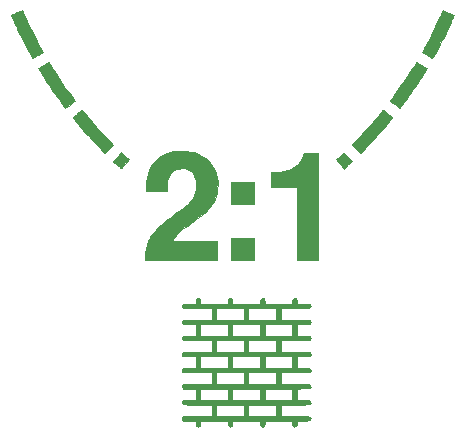
<source format=gbr>
G04 #@! TF.GenerationSoftware,KiCad,Pcbnew,5.1.5+dfsg1-2build2*
G04 #@! TF.CreationDate,2021-04-01T21:49:22-04:00*
G04 #@! TF.ProjectId,ocean_tile_brick,6f636561-6e5f-4746-996c-655f62726963,rev?*
G04 #@! TF.SameCoordinates,Original*
G04 #@! TF.FileFunction,Legend,Top*
G04 #@! TF.FilePolarity,Positive*
%FSLAX46Y46*%
G04 Gerber Fmt 4.6, Leading zero omitted, Abs format (unit mm)*
G04 Created by KiCad (PCBNEW 5.1.5+dfsg1-2build2) date 2021-04-01 21:49:22*
%MOMM*%
%LPD*%
G04 APERTURE LIST*
%ADD10C,0.010000*%
G04 APERTURE END LIST*
D10*
G36*
X5477857Y-8389330D02*
G01*
X5543045Y-8406888D01*
X5587267Y-8439537D01*
X5614137Y-8494160D01*
X5627270Y-8577639D01*
X5630334Y-8679676D01*
X5630334Y-8866829D01*
X6182567Y-8873123D01*
X6349524Y-8875100D01*
X6479286Y-8877089D01*
X6576990Y-8879576D01*
X6647770Y-8883050D01*
X6696762Y-8887997D01*
X6729103Y-8894906D01*
X6749929Y-8904264D01*
X6764374Y-8916558D01*
X6775233Y-8929387D01*
X6809438Y-9000062D01*
X6814302Y-9079980D01*
X6790377Y-9152866D01*
X6766678Y-9182644D01*
X6717688Y-9228667D01*
X4275667Y-9228667D01*
X4275667Y-10244667D01*
X5503334Y-10244667D01*
X5762121Y-10244703D01*
X5981897Y-10244885D01*
X6165982Y-10245323D01*
X6317697Y-10246129D01*
X6440364Y-10247413D01*
X6537304Y-10249286D01*
X6611837Y-10251858D01*
X6667287Y-10255240D01*
X6706972Y-10259544D01*
X6734216Y-10264878D01*
X6752339Y-10271355D01*
X6764661Y-10279085D01*
X6773334Y-10287000D01*
X6804509Y-10343402D01*
X6815865Y-10418694D01*
X6805591Y-10493456D01*
X6794947Y-10518999D01*
X6776020Y-10544273D01*
X6746267Y-10564165D01*
X6701009Y-10579281D01*
X6635563Y-10590227D01*
X6545248Y-10597611D01*
X6425384Y-10602039D01*
X6271289Y-10604118D01*
X6135175Y-10604500D01*
X5630334Y-10604500D01*
X5630334Y-11599334D01*
X6167229Y-11599334D01*
X6332348Y-11599492D01*
X6460514Y-11600234D01*
X6557106Y-11601957D01*
X6627504Y-11605059D01*
X6677087Y-11609939D01*
X6711234Y-11616995D01*
X6735325Y-11626624D01*
X6754740Y-11639226D01*
X6759896Y-11643203D01*
X6802907Y-11701578D01*
X6817029Y-11776932D01*
X6801376Y-11854496D01*
X6775212Y-11898614D01*
X6734758Y-11948584D01*
X5505212Y-11954375D01*
X4275667Y-11960166D01*
X4275667Y-12953001D01*
X5505212Y-12958792D01*
X6734758Y-12964584D01*
X6775212Y-13014553D01*
X6810453Y-13085749D01*
X6815351Y-13164219D01*
X6790790Y-13235194D01*
X6759896Y-13269964D01*
X6740822Y-13283439D01*
X6718528Y-13293835D01*
X6687637Y-13301548D01*
X6642767Y-13306978D01*
X6578539Y-13310523D01*
X6489575Y-13312580D01*
X6370493Y-13313548D01*
X6215916Y-13313825D01*
X6167229Y-13313834D01*
X5630334Y-13313834D01*
X5630334Y-14308667D01*
X6135175Y-14308667D01*
X6317080Y-14309419D01*
X6461353Y-14312080D01*
X6572674Y-14317255D01*
X6655726Y-14325553D01*
X6715188Y-14337579D01*
X6755743Y-14353940D01*
X6782072Y-14375243D01*
X6794947Y-14394168D01*
X6815237Y-14466010D01*
X6810574Y-14544067D01*
X6783025Y-14609677D01*
X6769342Y-14625342D01*
X6758645Y-14634450D01*
X6745443Y-14642178D01*
X6726398Y-14648638D01*
X6698173Y-14653945D01*
X6657430Y-14658211D01*
X6600830Y-14661550D01*
X6525036Y-14664076D01*
X6426710Y-14665902D01*
X6302512Y-14667141D01*
X6149107Y-14667907D01*
X5963155Y-14668313D01*
X5741318Y-14668473D01*
X5499342Y-14668500D01*
X4275667Y-14668500D01*
X4275667Y-15684500D01*
X6723621Y-15684500D01*
X6769644Y-15733489D01*
X6806763Y-15801094D01*
X6814150Y-15882108D01*
X6791424Y-15959436D01*
X6775233Y-15983780D01*
X6762182Y-15998892D01*
X6747027Y-16010661D01*
X6724632Y-16019575D01*
X6689862Y-16026121D01*
X6637581Y-16030788D01*
X6562652Y-16034063D01*
X6459941Y-16036432D01*
X6324311Y-16038385D01*
X6182567Y-16040044D01*
X5630334Y-16046338D01*
X5630334Y-17039167D01*
X6711758Y-17039167D01*
X6763712Y-17091121D01*
X6806698Y-17159108D01*
X6818123Y-17236336D01*
X6798184Y-17309204D01*
X6759896Y-17355131D01*
X6747224Y-17364422D01*
X6732479Y-17372299D01*
X6712281Y-17378879D01*
X6683254Y-17384278D01*
X6642020Y-17388614D01*
X6585200Y-17392002D01*
X6509419Y-17394560D01*
X6411297Y-17396404D01*
X6287458Y-17397651D01*
X6134524Y-17398417D01*
X5949117Y-17398820D01*
X5727860Y-17398975D01*
X5489896Y-17399000D01*
X4275667Y-17399000D01*
X4275667Y-18393834D01*
X5457842Y-18393834D01*
X5724397Y-18393957D01*
X5951851Y-18394464D01*
X6143437Y-18395561D01*
X6302387Y-18397456D01*
X6431932Y-18400355D01*
X6535306Y-18404465D01*
X6615741Y-18409992D01*
X6676468Y-18417143D01*
X6720720Y-18426124D01*
X6751729Y-18437143D01*
X6772728Y-18450407D01*
X6786948Y-18466121D01*
X6794947Y-18479335D01*
X6815696Y-18554205D01*
X6808263Y-18633560D01*
X6774919Y-18699057D01*
X6766678Y-18707644D01*
X6750339Y-18721670D01*
X6731348Y-18732514D01*
X6704436Y-18740583D01*
X6664329Y-18746287D01*
X6605758Y-18750036D01*
X6523452Y-18752238D01*
X6412139Y-18753304D01*
X6266548Y-18753643D01*
X6174011Y-18753667D01*
X5630334Y-18753667D01*
X5630334Y-18961644D01*
X5629489Y-19058875D01*
X5625709Y-19123492D01*
X5617119Y-19165203D01*
X5601849Y-19193714D01*
X5581344Y-19215644D01*
X5513741Y-19252763D01*
X5432726Y-19260150D01*
X5355398Y-19237425D01*
X5331053Y-19221235D01*
X5308012Y-19199023D01*
X5292831Y-19170974D01*
X5283419Y-19127805D01*
X5277682Y-19060230D01*
X5273808Y-18967235D01*
X5266533Y-18753667D01*
X2921000Y-18753667D01*
X2921000Y-18919842D01*
X2915943Y-19051405D01*
X2898891Y-19146466D01*
X2867027Y-19209850D01*
X2817531Y-19246382D01*
X2747585Y-19260888D01*
X2721308Y-19261667D01*
X2656732Y-19255283D01*
X2611636Y-19232210D01*
X2582838Y-19186564D01*
X2567161Y-19112462D01*
X2561425Y-19004020D01*
X2561167Y-18965334D01*
X2561167Y-18753667D01*
X190500Y-18753667D01*
X190500Y-18951896D01*
X189130Y-19050019D01*
X183807Y-19116394D01*
X172714Y-19161548D01*
X154030Y-19196013D01*
X146631Y-19205896D01*
X107267Y-19243545D01*
X57139Y-19259417D01*
X10584Y-19261667D01*
X-56282Y-19255769D01*
X-100431Y-19232993D01*
X-125464Y-19205896D01*
X-146794Y-19172588D01*
X-159985Y-19131767D01*
X-166857Y-19072902D01*
X-169228Y-18985463D01*
X-169333Y-18951896D01*
X-169333Y-18753667D01*
X-2540000Y-18753667D01*
X-2540000Y-18961644D01*
X-2540844Y-19058875D01*
X-2544625Y-19123492D01*
X-2553214Y-19165203D01*
X-2568484Y-19193714D01*
X-2588989Y-19215644D01*
X-2650489Y-19249048D01*
X-2729688Y-19261188D01*
X-2806118Y-19249119D01*
X-2810320Y-19247500D01*
X-2853156Y-19207729D01*
X-2882400Y-19129265D01*
X-2897610Y-19013658D01*
X-2899833Y-18934635D01*
X-2899833Y-18753667D01*
X-3981257Y-18753667D01*
X-4033212Y-18701712D01*
X-4076762Y-18632075D01*
X-4080769Y-18554864D01*
X-4045206Y-18477697D01*
X-4034092Y-18463805D01*
X-3983017Y-18404417D01*
X-2753508Y-18398626D01*
X-1524000Y-18392835D01*
X-1524000Y-17399000D01*
X-1164166Y-17399000D01*
X-1164166Y-18393834D01*
X1185334Y-18393834D01*
X1185334Y-17399000D01*
X1545167Y-17399000D01*
X1545167Y-18393834D01*
X3915834Y-18393834D01*
X3915834Y-17399000D01*
X1545167Y-17399000D01*
X1185334Y-17399000D01*
X-1164166Y-17399000D01*
X-1524000Y-17399000D01*
X-2751666Y-17399000D01*
X-3010508Y-17398961D01*
X-3230335Y-17398771D01*
X-3414468Y-17398321D01*
X-3566225Y-17397501D01*
X-3688927Y-17396203D01*
X-3785892Y-17394317D01*
X-3860439Y-17391733D01*
X-3915890Y-17388342D01*
X-3955561Y-17384036D01*
X-3982774Y-17378705D01*
X-4000847Y-17372239D01*
X-4013099Y-17364529D01*
X-4021128Y-17357205D01*
X-4065308Y-17288737D01*
X-4078354Y-17211789D01*
X-4061645Y-17138420D01*
X-4016561Y-17080692D01*
X-3987490Y-17063079D01*
X-3944937Y-17054233D01*
X-3861081Y-17047383D01*
X-3736909Y-17042569D01*
X-3573407Y-17039832D01*
X-3417421Y-17039167D01*
X-2899833Y-17039167D01*
X-2899833Y-16044334D01*
X-2540000Y-16044334D01*
X-2540000Y-17039167D01*
X-169333Y-17039167D01*
X-169333Y-16044334D01*
X190500Y-16044334D01*
X190500Y-17039167D01*
X2561167Y-17039167D01*
X2561167Y-16044334D01*
X2921000Y-16044334D01*
X2921000Y-17039167D01*
X5270500Y-17039167D01*
X5270500Y-16044334D01*
X2921000Y-16044334D01*
X2561167Y-16044334D01*
X190500Y-16044334D01*
X-169333Y-16044334D01*
X-2540000Y-16044334D01*
X-2899833Y-16044334D01*
X-3961423Y-16044334D01*
X-4023295Y-15982462D01*
X-4073791Y-15908835D01*
X-4084069Y-15832887D01*
X-4053893Y-15760433D01*
X-4033212Y-15736455D01*
X-3981257Y-15684500D01*
X-1524000Y-15684500D01*
X-1524000Y-14668500D01*
X-1164166Y-14668500D01*
X-1164166Y-15684500D01*
X1185334Y-15684500D01*
X1185334Y-14668500D01*
X1545167Y-14668500D01*
X1545167Y-15684500D01*
X3915834Y-15684500D01*
X3915834Y-14668500D01*
X1545167Y-14668500D01*
X1185334Y-14668500D01*
X-1164166Y-14668500D01*
X-1524000Y-14668500D01*
X-3981257Y-14668500D01*
X-4033212Y-14616546D01*
X-4076759Y-14546908D01*
X-4080768Y-14469689D01*
X-4045210Y-14392511D01*
X-4034115Y-14378639D01*
X-3983064Y-14319250D01*
X-3441448Y-14312638D01*
X-2899833Y-14306025D01*
X-2899833Y-13313834D01*
X-2540000Y-13313834D01*
X-2540000Y-14308667D01*
X-169333Y-14308667D01*
X-169333Y-13313834D01*
X190500Y-13313834D01*
X190500Y-14308667D01*
X2561167Y-14308667D01*
X2561167Y-13313834D01*
X2921000Y-13313834D01*
X2921000Y-14308667D01*
X5270500Y-14308667D01*
X5270500Y-13313834D01*
X2921000Y-13313834D01*
X2561167Y-13313834D01*
X190500Y-13313834D01*
X-169333Y-13313834D01*
X-2540000Y-13313834D01*
X-2899833Y-13313834D01*
X-3437238Y-13313834D01*
X-3614781Y-13313542D01*
X-3754702Y-13311918D01*
X-3861715Y-13307842D01*
X-3940532Y-13300192D01*
X-3995864Y-13287845D01*
X-4032423Y-13269680D01*
X-4054923Y-13244576D01*
X-4068074Y-13211411D01*
X-4076589Y-13169064D01*
X-4077837Y-13161357D01*
X-4081481Y-13105602D01*
X-4065365Y-13063445D01*
X-4025905Y-13018482D01*
X-3961423Y-12954000D01*
X-1524000Y-12954000D01*
X-1524000Y-11959167D01*
X-1164166Y-11959167D01*
X-1164166Y-12954000D01*
X1185334Y-12954000D01*
X1185334Y-11959167D01*
X1545167Y-11959167D01*
X1545167Y-12954000D01*
X3915834Y-12954000D01*
X3915834Y-11959167D01*
X1545167Y-11959167D01*
X1185334Y-11959167D01*
X-1164166Y-11959167D01*
X-1524000Y-11959167D01*
X-3961423Y-11959167D01*
X-4025905Y-11894685D01*
X-4067135Y-11847034D01*
X-4081763Y-11804608D01*
X-4077837Y-11751810D01*
X-4069626Y-11707889D01*
X-4057534Y-11673329D01*
X-4036848Y-11647010D01*
X-4002856Y-11627810D01*
X-3950846Y-11614607D01*
X-3876106Y-11606280D01*
X-3773924Y-11601707D01*
X-3639588Y-11599767D01*
X-3468385Y-11599337D01*
X-3437238Y-11599334D01*
X-2899833Y-11599334D01*
X-2899833Y-10607142D01*
X-3116216Y-10604500D01*
X-2540000Y-10604500D01*
X-2540000Y-11599334D01*
X-169333Y-11599334D01*
X-169333Y-10604500D01*
X190500Y-10604500D01*
X190500Y-11599334D01*
X2561167Y-11599334D01*
X2561167Y-10604500D01*
X2921000Y-10604500D01*
X2921000Y-11599334D01*
X5270500Y-11599334D01*
X5270500Y-10604500D01*
X2921000Y-10604500D01*
X2561167Y-10604500D01*
X190500Y-10604500D01*
X-169333Y-10604500D01*
X-2540000Y-10604500D01*
X-3116216Y-10604500D01*
X-3441448Y-10600529D01*
X-3983064Y-10593917D01*
X-4034115Y-10534528D01*
X-4076962Y-10457096D01*
X-4078846Y-10376226D01*
X-4041297Y-10300438D01*
X-3997427Y-10244667D01*
X-1524000Y-10244667D01*
X-1524000Y-9228667D01*
X-1164166Y-9228667D01*
X-1164166Y-10244667D01*
X1185334Y-10244667D01*
X1185334Y-9228667D01*
X1545167Y-9228667D01*
X1545167Y-10244667D01*
X3915834Y-10244667D01*
X3915834Y-9228667D01*
X1545167Y-9228667D01*
X1185334Y-9228667D01*
X-1164166Y-9228667D01*
X-1524000Y-9228667D01*
X-3981257Y-9228667D01*
X-4033212Y-9176712D01*
X-4077927Y-9106924D01*
X-4082105Y-9031558D01*
X-4045980Y-8956432D01*
X-4023295Y-8930705D01*
X-3961423Y-8868834D01*
X-2904045Y-8868834D01*
X-2896648Y-8676487D01*
X-2892280Y-8584302D01*
X-2885775Y-8523890D01*
X-2874155Y-8484694D01*
X-2854440Y-8456163D01*
X-2827340Y-8430901D01*
X-2773637Y-8394535D01*
X-2719513Y-8386339D01*
X-2689756Y-8389771D01*
X-2625757Y-8407283D01*
X-2582299Y-8440221D01*
X-2555871Y-8495405D01*
X-2542963Y-8579653D01*
X-2540000Y-8680678D01*
X-2540000Y-8868834D01*
X-169333Y-8868834D01*
X-169333Y-8682325D01*
X-167886Y-8588056D01*
X-162261Y-8525630D01*
X-150534Y-8484617D01*
X-130780Y-8454587D01*
X-126414Y-8449748D01*
X-53960Y-8399429D01*
X28833Y-8388342D01*
X82332Y-8402200D01*
X131525Y-8432968D01*
X164160Y-8481715D01*
X182833Y-8555597D01*
X190137Y-8661772D01*
X190500Y-8700496D01*
X190500Y-8868834D01*
X2561167Y-8868834D01*
X2561167Y-8677371D01*
X2562155Y-8584447D01*
X2566630Y-8523224D01*
X2576857Y-8483091D01*
X2595102Y-8453432D01*
X2613121Y-8433955D01*
X2682781Y-8390495D01*
X2760085Y-8386350D01*
X2836798Y-8421590D01*
X2849657Y-8431905D01*
X2877452Y-8458935D01*
X2895323Y-8488958D01*
X2906143Y-8532377D01*
X2912788Y-8599595D01*
X2916926Y-8675321D01*
X2926178Y-8868834D01*
X5270500Y-8868834D01*
X5270500Y-8687289D01*
X5271345Y-8598206D01*
X5275899Y-8539903D01*
X5287187Y-8500832D01*
X5308238Y-8469443D01*
X5334982Y-8441262D01*
X5382633Y-8400032D01*
X5425059Y-8385404D01*
X5477857Y-8389330D01*
G37*
X5477857Y-8389330D02*
X5543045Y-8406888D01*
X5587267Y-8439537D01*
X5614137Y-8494160D01*
X5627270Y-8577639D01*
X5630334Y-8679676D01*
X5630334Y-8866829D01*
X6182567Y-8873123D01*
X6349524Y-8875100D01*
X6479286Y-8877089D01*
X6576990Y-8879576D01*
X6647770Y-8883050D01*
X6696762Y-8887997D01*
X6729103Y-8894906D01*
X6749929Y-8904264D01*
X6764374Y-8916558D01*
X6775233Y-8929387D01*
X6809438Y-9000062D01*
X6814302Y-9079980D01*
X6790377Y-9152866D01*
X6766678Y-9182644D01*
X6717688Y-9228667D01*
X4275667Y-9228667D01*
X4275667Y-10244667D01*
X5503334Y-10244667D01*
X5762121Y-10244703D01*
X5981897Y-10244885D01*
X6165982Y-10245323D01*
X6317697Y-10246129D01*
X6440364Y-10247413D01*
X6537304Y-10249286D01*
X6611837Y-10251858D01*
X6667287Y-10255240D01*
X6706972Y-10259544D01*
X6734216Y-10264878D01*
X6752339Y-10271355D01*
X6764661Y-10279085D01*
X6773334Y-10287000D01*
X6804509Y-10343402D01*
X6815865Y-10418694D01*
X6805591Y-10493456D01*
X6794947Y-10518999D01*
X6776020Y-10544273D01*
X6746267Y-10564165D01*
X6701009Y-10579281D01*
X6635563Y-10590227D01*
X6545248Y-10597611D01*
X6425384Y-10602039D01*
X6271289Y-10604118D01*
X6135175Y-10604500D01*
X5630334Y-10604500D01*
X5630334Y-11599334D01*
X6167229Y-11599334D01*
X6332348Y-11599492D01*
X6460514Y-11600234D01*
X6557106Y-11601957D01*
X6627504Y-11605059D01*
X6677087Y-11609939D01*
X6711234Y-11616995D01*
X6735325Y-11626624D01*
X6754740Y-11639226D01*
X6759896Y-11643203D01*
X6802907Y-11701578D01*
X6817029Y-11776932D01*
X6801376Y-11854496D01*
X6775212Y-11898614D01*
X6734758Y-11948584D01*
X5505212Y-11954375D01*
X4275667Y-11960166D01*
X4275667Y-12953001D01*
X5505212Y-12958792D01*
X6734758Y-12964584D01*
X6775212Y-13014553D01*
X6810453Y-13085749D01*
X6815351Y-13164219D01*
X6790790Y-13235194D01*
X6759896Y-13269964D01*
X6740822Y-13283439D01*
X6718528Y-13293835D01*
X6687637Y-13301548D01*
X6642767Y-13306978D01*
X6578539Y-13310523D01*
X6489575Y-13312580D01*
X6370493Y-13313548D01*
X6215916Y-13313825D01*
X6167229Y-13313834D01*
X5630334Y-13313834D01*
X5630334Y-14308667D01*
X6135175Y-14308667D01*
X6317080Y-14309419D01*
X6461353Y-14312080D01*
X6572674Y-14317255D01*
X6655726Y-14325553D01*
X6715188Y-14337579D01*
X6755743Y-14353940D01*
X6782072Y-14375243D01*
X6794947Y-14394168D01*
X6815237Y-14466010D01*
X6810574Y-14544067D01*
X6783025Y-14609677D01*
X6769342Y-14625342D01*
X6758645Y-14634450D01*
X6745443Y-14642178D01*
X6726398Y-14648638D01*
X6698173Y-14653945D01*
X6657430Y-14658211D01*
X6600830Y-14661550D01*
X6525036Y-14664076D01*
X6426710Y-14665902D01*
X6302512Y-14667141D01*
X6149107Y-14667907D01*
X5963155Y-14668313D01*
X5741318Y-14668473D01*
X5499342Y-14668500D01*
X4275667Y-14668500D01*
X4275667Y-15684500D01*
X6723621Y-15684500D01*
X6769644Y-15733489D01*
X6806763Y-15801094D01*
X6814150Y-15882108D01*
X6791424Y-15959436D01*
X6775233Y-15983780D01*
X6762182Y-15998892D01*
X6747027Y-16010661D01*
X6724632Y-16019575D01*
X6689862Y-16026121D01*
X6637581Y-16030788D01*
X6562652Y-16034063D01*
X6459941Y-16036432D01*
X6324311Y-16038385D01*
X6182567Y-16040044D01*
X5630334Y-16046338D01*
X5630334Y-17039167D01*
X6711758Y-17039167D01*
X6763712Y-17091121D01*
X6806698Y-17159108D01*
X6818123Y-17236336D01*
X6798184Y-17309204D01*
X6759896Y-17355131D01*
X6747224Y-17364422D01*
X6732479Y-17372299D01*
X6712281Y-17378879D01*
X6683254Y-17384278D01*
X6642020Y-17388614D01*
X6585200Y-17392002D01*
X6509419Y-17394560D01*
X6411297Y-17396404D01*
X6287458Y-17397651D01*
X6134524Y-17398417D01*
X5949117Y-17398820D01*
X5727860Y-17398975D01*
X5489896Y-17399000D01*
X4275667Y-17399000D01*
X4275667Y-18393834D01*
X5457842Y-18393834D01*
X5724397Y-18393957D01*
X5951851Y-18394464D01*
X6143437Y-18395561D01*
X6302387Y-18397456D01*
X6431932Y-18400355D01*
X6535306Y-18404465D01*
X6615741Y-18409992D01*
X6676468Y-18417143D01*
X6720720Y-18426124D01*
X6751729Y-18437143D01*
X6772728Y-18450407D01*
X6786948Y-18466121D01*
X6794947Y-18479335D01*
X6815696Y-18554205D01*
X6808263Y-18633560D01*
X6774919Y-18699057D01*
X6766678Y-18707644D01*
X6750339Y-18721670D01*
X6731348Y-18732514D01*
X6704436Y-18740583D01*
X6664329Y-18746287D01*
X6605758Y-18750036D01*
X6523452Y-18752238D01*
X6412139Y-18753304D01*
X6266548Y-18753643D01*
X6174011Y-18753667D01*
X5630334Y-18753667D01*
X5630334Y-18961644D01*
X5629489Y-19058875D01*
X5625709Y-19123492D01*
X5617119Y-19165203D01*
X5601849Y-19193714D01*
X5581344Y-19215644D01*
X5513741Y-19252763D01*
X5432726Y-19260150D01*
X5355398Y-19237425D01*
X5331053Y-19221235D01*
X5308012Y-19199023D01*
X5292831Y-19170974D01*
X5283419Y-19127805D01*
X5277682Y-19060230D01*
X5273808Y-18967235D01*
X5266533Y-18753667D01*
X2921000Y-18753667D01*
X2921000Y-18919842D01*
X2915943Y-19051405D01*
X2898891Y-19146466D01*
X2867027Y-19209850D01*
X2817531Y-19246382D01*
X2747585Y-19260888D01*
X2721308Y-19261667D01*
X2656732Y-19255283D01*
X2611636Y-19232210D01*
X2582838Y-19186564D01*
X2567161Y-19112462D01*
X2561425Y-19004020D01*
X2561167Y-18965334D01*
X2561167Y-18753667D01*
X190500Y-18753667D01*
X190500Y-18951896D01*
X189130Y-19050019D01*
X183807Y-19116394D01*
X172714Y-19161548D01*
X154030Y-19196013D01*
X146631Y-19205896D01*
X107267Y-19243545D01*
X57139Y-19259417D01*
X10584Y-19261667D01*
X-56282Y-19255769D01*
X-100431Y-19232993D01*
X-125464Y-19205896D01*
X-146794Y-19172588D01*
X-159985Y-19131767D01*
X-166857Y-19072902D01*
X-169228Y-18985463D01*
X-169333Y-18951896D01*
X-169333Y-18753667D01*
X-2540000Y-18753667D01*
X-2540000Y-18961644D01*
X-2540844Y-19058875D01*
X-2544625Y-19123492D01*
X-2553214Y-19165203D01*
X-2568484Y-19193714D01*
X-2588989Y-19215644D01*
X-2650489Y-19249048D01*
X-2729688Y-19261188D01*
X-2806118Y-19249119D01*
X-2810320Y-19247500D01*
X-2853156Y-19207729D01*
X-2882400Y-19129265D01*
X-2897610Y-19013658D01*
X-2899833Y-18934635D01*
X-2899833Y-18753667D01*
X-3981257Y-18753667D01*
X-4033212Y-18701712D01*
X-4076762Y-18632075D01*
X-4080769Y-18554864D01*
X-4045206Y-18477697D01*
X-4034092Y-18463805D01*
X-3983017Y-18404417D01*
X-2753508Y-18398626D01*
X-1524000Y-18392835D01*
X-1524000Y-17399000D01*
X-1164166Y-17399000D01*
X-1164166Y-18393834D01*
X1185334Y-18393834D01*
X1185334Y-17399000D01*
X1545167Y-17399000D01*
X1545167Y-18393834D01*
X3915834Y-18393834D01*
X3915834Y-17399000D01*
X1545167Y-17399000D01*
X1185334Y-17399000D01*
X-1164166Y-17399000D01*
X-1524000Y-17399000D01*
X-2751666Y-17399000D01*
X-3010508Y-17398961D01*
X-3230335Y-17398771D01*
X-3414468Y-17398321D01*
X-3566225Y-17397501D01*
X-3688927Y-17396203D01*
X-3785892Y-17394317D01*
X-3860439Y-17391733D01*
X-3915890Y-17388342D01*
X-3955561Y-17384036D01*
X-3982774Y-17378705D01*
X-4000847Y-17372239D01*
X-4013099Y-17364529D01*
X-4021128Y-17357205D01*
X-4065308Y-17288737D01*
X-4078354Y-17211789D01*
X-4061645Y-17138420D01*
X-4016561Y-17080692D01*
X-3987490Y-17063079D01*
X-3944937Y-17054233D01*
X-3861081Y-17047383D01*
X-3736909Y-17042569D01*
X-3573407Y-17039832D01*
X-3417421Y-17039167D01*
X-2899833Y-17039167D01*
X-2899833Y-16044334D01*
X-2540000Y-16044334D01*
X-2540000Y-17039167D01*
X-169333Y-17039167D01*
X-169333Y-16044334D01*
X190500Y-16044334D01*
X190500Y-17039167D01*
X2561167Y-17039167D01*
X2561167Y-16044334D01*
X2921000Y-16044334D01*
X2921000Y-17039167D01*
X5270500Y-17039167D01*
X5270500Y-16044334D01*
X2921000Y-16044334D01*
X2561167Y-16044334D01*
X190500Y-16044334D01*
X-169333Y-16044334D01*
X-2540000Y-16044334D01*
X-2899833Y-16044334D01*
X-3961423Y-16044334D01*
X-4023295Y-15982462D01*
X-4073791Y-15908835D01*
X-4084069Y-15832887D01*
X-4053893Y-15760433D01*
X-4033212Y-15736455D01*
X-3981257Y-15684500D01*
X-1524000Y-15684500D01*
X-1524000Y-14668500D01*
X-1164166Y-14668500D01*
X-1164166Y-15684500D01*
X1185334Y-15684500D01*
X1185334Y-14668500D01*
X1545167Y-14668500D01*
X1545167Y-15684500D01*
X3915834Y-15684500D01*
X3915834Y-14668500D01*
X1545167Y-14668500D01*
X1185334Y-14668500D01*
X-1164166Y-14668500D01*
X-1524000Y-14668500D01*
X-3981257Y-14668500D01*
X-4033212Y-14616546D01*
X-4076759Y-14546908D01*
X-4080768Y-14469689D01*
X-4045210Y-14392511D01*
X-4034115Y-14378639D01*
X-3983064Y-14319250D01*
X-3441448Y-14312638D01*
X-2899833Y-14306025D01*
X-2899833Y-13313834D01*
X-2540000Y-13313834D01*
X-2540000Y-14308667D01*
X-169333Y-14308667D01*
X-169333Y-13313834D01*
X190500Y-13313834D01*
X190500Y-14308667D01*
X2561167Y-14308667D01*
X2561167Y-13313834D01*
X2921000Y-13313834D01*
X2921000Y-14308667D01*
X5270500Y-14308667D01*
X5270500Y-13313834D01*
X2921000Y-13313834D01*
X2561167Y-13313834D01*
X190500Y-13313834D01*
X-169333Y-13313834D01*
X-2540000Y-13313834D01*
X-2899833Y-13313834D01*
X-3437238Y-13313834D01*
X-3614781Y-13313542D01*
X-3754702Y-13311918D01*
X-3861715Y-13307842D01*
X-3940532Y-13300192D01*
X-3995864Y-13287845D01*
X-4032423Y-13269680D01*
X-4054923Y-13244576D01*
X-4068074Y-13211411D01*
X-4076589Y-13169064D01*
X-4077837Y-13161357D01*
X-4081481Y-13105602D01*
X-4065365Y-13063445D01*
X-4025905Y-13018482D01*
X-3961423Y-12954000D01*
X-1524000Y-12954000D01*
X-1524000Y-11959167D01*
X-1164166Y-11959167D01*
X-1164166Y-12954000D01*
X1185334Y-12954000D01*
X1185334Y-11959167D01*
X1545167Y-11959167D01*
X1545167Y-12954000D01*
X3915834Y-12954000D01*
X3915834Y-11959167D01*
X1545167Y-11959167D01*
X1185334Y-11959167D01*
X-1164166Y-11959167D01*
X-1524000Y-11959167D01*
X-3961423Y-11959167D01*
X-4025905Y-11894685D01*
X-4067135Y-11847034D01*
X-4081763Y-11804608D01*
X-4077837Y-11751810D01*
X-4069626Y-11707889D01*
X-4057534Y-11673329D01*
X-4036848Y-11647010D01*
X-4002856Y-11627810D01*
X-3950846Y-11614607D01*
X-3876106Y-11606280D01*
X-3773924Y-11601707D01*
X-3639588Y-11599767D01*
X-3468385Y-11599337D01*
X-3437238Y-11599334D01*
X-2899833Y-11599334D01*
X-2899833Y-10607142D01*
X-3116216Y-10604500D01*
X-2540000Y-10604500D01*
X-2540000Y-11599334D01*
X-169333Y-11599334D01*
X-169333Y-10604500D01*
X190500Y-10604500D01*
X190500Y-11599334D01*
X2561167Y-11599334D01*
X2561167Y-10604500D01*
X2921000Y-10604500D01*
X2921000Y-11599334D01*
X5270500Y-11599334D01*
X5270500Y-10604500D01*
X2921000Y-10604500D01*
X2561167Y-10604500D01*
X190500Y-10604500D01*
X-169333Y-10604500D01*
X-2540000Y-10604500D01*
X-3116216Y-10604500D01*
X-3441448Y-10600529D01*
X-3983064Y-10593917D01*
X-4034115Y-10534528D01*
X-4076962Y-10457096D01*
X-4078846Y-10376226D01*
X-4041297Y-10300438D01*
X-3997427Y-10244667D01*
X-1524000Y-10244667D01*
X-1524000Y-9228667D01*
X-1164166Y-9228667D01*
X-1164166Y-10244667D01*
X1185334Y-10244667D01*
X1185334Y-9228667D01*
X1545167Y-9228667D01*
X1545167Y-10244667D01*
X3915834Y-10244667D01*
X3915834Y-9228667D01*
X1545167Y-9228667D01*
X1185334Y-9228667D01*
X-1164166Y-9228667D01*
X-1524000Y-9228667D01*
X-3981257Y-9228667D01*
X-4033212Y-9176712D01*
X-4077927Y-9106924D01*
X-4082105Y-9031558D01*
X-4045980Y-8956432D01*
X-4023295Y-8930705D01*
X-3961423Y-8868834D01*
X-2904045Y-8868834D01*
X-2896648Y-8676487D01*
X-2892280Y-8584302D01*
X-2885775Y-8523890D01*
X-2874155Y-8484694D01*
X-2854440Y-8456163D01*
X-2827340Y-8430901D01*
X-2773637Y-8394535D01*
X-2719513Y-8386339D01*
X-2689756Y-8389771D01*
X-2625757Y-8407283D01*
X-2582299Y-8440221D01*
X-2555871Y-8495405D01*
X-2542963Y-8579653D01*
X-2540000Y-8680678D01*
X-2540000Y-8868834D01*
X-169333Y-8868834D01*
X-169333Y-8682325D01*
X-167886Y-8588056D01*
X-162261Y-8525630D01*
X-150534Y-8484617D01*
X-130780Y-8454587D01*
X-126414Y-8449748D01*
X-53960Y-8399429D01*
X28833Y-8388342D01*
X82332Y-8402200D01*
X131525Y-8432968D01*
X164160Y-8481715D01*
X182833Y-8555597D01*
X190137Y-8661772D01*
X190500Y-8700496D01*
X190500Y-8868834D01*
X2561167Y-8868834D01*
X2561167Y-8677371D01*
X2562155Y-8584447D01*
X2566630Y-8523224D01*
X2576857Y-8483091D01*
X2595102Y-8453432D01*
X2613121Y-8433955D01*
X2682781Y-8390495D01*
X2760085Y-8386350D01*
X2836798Y-8421590D01*
X2849657Y-8431905D01*
X2877452Y-8458935D01*
X2895323Y-8488958D01*
X2906143Y-8532377D01*
X2912788Y-8599595D01*
X2916926Y-8675321D01*
X2926178Y-8868834D01*
X5270500Y-8868834D01*
X5270500Y-8687289D01*
X5271345Y-8598206D01*
X5275899Y-8539903D01*
X5287187Y-8500832D01*
X5308238Y-8469443D01*
X5334982Y-8441262D01*
X5382633Y-8400032D01*
X5425059Y-8385404D01*
X5477857Y-8389330D01*
G36*
X-3773200Y4051510D02*
G01*
X-3424732Y4013282D01*
X-3103126Y3948180D01*
X-2804587Y3855065D01*
X-2525321Y3732800D01*
X-2261534Y3580249D01*
X-2061349Y3437385D01*
X-1815981Y3221196D01*
X-1604159Y2979594D01*
X-1426324Y2713553D01*
X-1282917Y2424046D01*
X-1174379Y2112046D01*
X-1101151Y1778525D01*
X-1063675Y1424458D01*
X-1058458Y1224950D01*
X-1073081Y891330D01*
X-1118177Y580912D01*
X-1196045Y285304D01*
X-1308984Y-3888D01*
X-1459293Y-295059D01*
X-1488460Y-344910D01*
X-1584401Y-497673D01*
X-1687129Y-643010D01*
X-1799921Y-783974D01*
X-1926052Y-923619D01*
X-2068797Y-1065001D01*
X-2231433Y-1211173D01*
X-2417235Y-1365189D01*
X-2629479Y-1530105D01*
X-2871439Y-1708974D01*
X-3146393Y-1904851D01*
X-3206750Y-1947117D01*
X-3517000Y-2167985D01*
X-3791162Y-2372262D01*
X-4031248Y-2561801D01*
X-4239274Y-2738460D01*
X-4417251Y-2904092D01*
X-4567194Y-3060555D01*
X-4691118Y-3209702D01*
X-4791034Y-3353390D01*
X-4855234Y-3466042D01*
X-4890587Y-3534834D01*
X-1100666Y-3534834D01*
X-1100666Y-5143500D01*
X-7234985Y-5143500D01*
X-7224884Y-5011209D01*
X-7181930Y-4597233D01*
X-7118833Y-4219144D01*
X-7035188Y-3875378D01*
X-6930589Y-3564370D01*
X-6804630Y-3284556D01*
X-6751100Y-3186116D01*
X-6628498Y-2995801D01*
X-6472697Y-2793197D01*
X-6288855Y-2583928D01*
X-6082129Y-2373621D01*
X-5857677Y-2167899D01*
X-5685006Y-2023375D01*
X-5615025Y-1968606D01*
X-5517336Y-1894314D01*
X-5398712Y-1805535D01*
X-5265925Y-1707306D01*
X-5125747Y-1604664D01*
X-4984951Y-1502647D01*
X-4982664Y-1500999D01*
X-4718578Y-1309693D01*
X-4486126Y-1138806D01*
X-4281617Y-985425D01*
X-4101363Y-846636D01*
X-3941673Y-719526D01*
X-3798857Y-601181D01*
X-3669228Y-488687D01*
X-3549094Y-379130D01*
X-3484648Y-318030D01*
X-3293356Y-116041D01*
X-3141134Y87199D01*
X-3025049Y298236D01*
X-2942171Y523611D01*
X-2889567Y769871D01*
X-2864305Y1043558D01*
X-2863303Y1068916D01*
X-2866106Y1341093D01*
X-2895744Y1583215D01*
X-2953157Y1798718D01*
X-3039285Y1991038D01*
X-3155070Y2163610D01*
X-3166935Y2178239D01*
X-3321549Y2336430D01*
X-3494838Y2457328D01*
X-3688164Y2541551D01*
X-3902894Y2589714D01*
X-4106333Y2602765D01*
X-4344334Y2584317D01*
X-4560948Y2529633D01*
X-4754946Y2439705D01*
X-4925097Y2315522D01*
X-5070171Y2158077D01*
X-5188939Y1968360D01*
X-5280170Y1747361D01*
X-5313977Y1629833D01*
X-5334230Y1535671D01*
X-5349350Y1431090D01*
X-5360314Y1306662D01*
X-5368098Y1152957D01*
X-5370429Y1084791D01*
X-5381665Y719666D01*
X-7112000Y719666D01*
X-7111826Y1042458D01*
X-7096451Y1441415D01*
X-7050568Y1811485D01*
X-6973872Y2153443D01*
X-6866056Y2468065D01*
X-6726816Y2756127D01*
X-6555847Y3018404D01*
X-6352842Y3255672D01*
X-6175277Y3421161D01*
X-5928510Y3606198D01*
X-5662461Y3758881D01*
X-5374969Y3879895D01*
X-5063873Y3969929D01*
X-4727012Y4029667D01*
X-4362224Y4059798D01*
X-4152326Y4064000D01*
X-3773200Y4051510D01*
G37*
X-3773200Y4051510D02*
X-3424732Y4013282D01*
X-3103126Y3948180D01*
X-2804587Y3855065D01*
X-2525321Y3732800D01*
X-2261534Y3580249D01*
X-2061349Y3437385D01*
X-1815981Y3221196D01*
X-1604159Y2979594D01*
X-1426324Y2713553D01*
X-1282917Y2424046D01*
X-1174379Y2112046D01*
X-1101151Y1778525D01*
X-1063675Y1424458D01*
X-1058458Y1224950D01*
X-1073081Y891330D01*
X-1118177Y580912D01*
X-1196045Y285304D01*
X-1308984Y-3888D01*
X-1459293Y-295059D01*
X-1488460Y-344910D01*
X-1584401Y-497673D01*
X-1687129Y-643010D01*
X-1799921Y-783974D01*
X-1926052Y-923619D01*
X-2068797Y-1065001D01*
X-2231433Y-1211173D01*
X-2417235Y-1365189D01*
X-2629479Y-1530105D01*
X-2871439Y-1708974D01*
X-3146393Y-1904851D01*
X-3206750Y-1947117D01*
X-3517000Y-2167985D01*
X-3791162Y-2372262D01*
X-4031248Y-2561801D01*
X-4239274Y-2738460D01*
X-4417251Y-2904092D01*
X-4567194Y-3060555D01*
X-4691118Y-3209702D01*
X-4791034Y-3353390D01*
X-4855234Y-3466042D01*
X-4890587Y-3534834D01*
X-1100666Y-3534834D01*
X-1100666Y-5143500D01*
X-7234985Y-5143500D01*
X-7224884Y-5011209D01*
X-7181930Y-4597233D01*
X-7118833Y-4219144D01*
X-7035188Y-3875378D01*
X-6930589Y-3564370D01*
X-6804630Y-3284556D01*
X-6751100Y-3186116D01*
X-6628498Y-2995801D01*
X-6472697Y-2793197D01*
X-6288855Y-2583928D01*
X-6082129Y-2373621D01*
X-5857677Y-2167899D01*
X-5685006Y-2023375D01*
X-5615025Y-1968606D01*
X-5517336Y-1894314D01*
X-5398712Y-1805535D01*
X-5265925Y-1707306D01*
X-5125747Y-1604664D01*
X-4984951Y-1502647D01*
X-4982664Y-1500999D01*
X-4718578Y-1309693D01*
X-4486126Y-1138806D01*
X-4281617Y-985425D01*
X-4101363Y-846636D01*
X-3941673Y-719526D01*
X-3798857Y-601181D01*
X-3669228Y-488687D01*
X-3549094Y-379130D01*
X-3484648Y-318030D01*
X-3293356Y-116041D01*
X-3141134Y87199D01*
X-3025049Y298236D01*
X-2942171Y523611D01*
X-2889567Y769871D01*
X-2864305Y1043558D01*
X-2863303Y1068916D01*
X-2866106Y1341093D01*
X-2895744Y1583215D01*
X-2953157Y1798718D01*
X-3039285Y1991038D01*
X-3155070Y2163610D01*
X-3166935Y2178239D01*
X-3321549Y2336430D01*
X-3494838Y2457328D01*
X-3688164Y2541551D01*
X-3902894Y2589714D01*
X-4106333Y2602765D01*
X-4344334Y2584317D01*
X-4560948Y2529633D01*
X-4754946Y2439705D01*
X-4925097Y2315522D01*
X-5070171Y2158077D01*
X-5188939Y1968360D01*
X-5280170Y1747361D01*
X-5313977Y1629833D01*
X-5334230Y1535671D01*
X-5349350Y1431090D01*
X-5360314Y1306662D01*
X-5368098Y1152957D01*
X-5370429Y1084791D01*
X-5381665Y719666D01*
X-7112000Y719666D01*
X-7111826Y1042458D01*
X-7096451Y1441415D01*
X-7050568Y1811485D01*
X-6973872Y2153443D01*
X-6866056Y2468065D01*
X-6726816Y2756127D01*
X-6555847Y3018404D01*
X-6352842Y3255672D01*
X-6175277Y3421161D01*
X-5928510Y3606198D01*
X-5662461Y3758881D01*
X-5374969Y3879895D01*
X-5063873Y3969929D01*
X-4727012Y4029667D01*
X-4362224Y4059798D01*
X-4152326Y4064000D01*
X-3773200Y4051510D01*
G36*
X2010834Y-5143500D02*
G01*
X84667Y-5143500D01*
X84667Y-3259667D01*
X2010834Y-3259667D01*
X2010834Y-5143500D01*
G37*
X2010834Y-5143500D02*
X84667Y-5143500D01*
X84667Y-3259667D01*
X2010834Y-3259667D01*
X2010834Y-5143500D01*
G36*
X7450667Y-5143500D02*
G01*
X5651500Y-5143500D01*
X5651500Y1058333D01*
X3492500Y1058333D01*
X3492500Y2257395D01*
X3857625Y2282700D01*
X4238851Y2321905D01*
X4585399Y2384537D01*
X4898150Y2471054D01*
X5177985Y2581912D01*
X5425786Y2717569D01*
X5642432Y2878480D01*
X5828807Y3065103D01*
X5985789Y3277895D01*
X6072940Y3431353D01*
X6121193Y3530464D01*
X6166048Y3630413D01*
X6201040Y3716434D01*
X6214286Y3754182D01*
X6251898Y3873500D01*
X7450667Y3873500D01*
X7450667Y-5143500D01*
G37*
X7450667Y-5143500D02*
X5651500Y-5143500D01*
X5651500Y1058333D01*
X3492500Y1058333D01*
X3492500Y2257395D01*
X3857625Y2282700D01*
X4238851Y2321905D01*
X4585399Y2384537D01*
X4898150Y2471054D01*
X5177985Y2581912D01*
X5425786Y2717569D01*
X5642432Y2878480D01*
X5828807Y3065103D01*
X5985789Y3277895D01*
X6072940Y3431353D01*
X6121193Y3530464D01*
X6166048Y3630413D01*
X6201040Y3716434D01*
X6214286Y3754182D01*
X6251898Y3873500D01*
X7450667Y3873500D01*
X7450667Y-5143500D01*
G36*
X2010834Y-381000D02*
G01*
X84667Y-381000D01*
X84667Y1481666D01*
X2010834Y1481666D01*
X2010834Y-381000D01*
G37*
X2010834Y-381000D02*
X84667Y-381000D01*
X84667Y1481666D01*
X2010834Y1481666D01*
X2010834Y-381000D01*
G36*
X-8969469Y3721601D02*
G01*
X-8878998Y3638995D01*
X-8792758Y3560788D01*
X-8718721Y3494170D01*
X-8664861Y3446337D01*
X-8651482Y3434702D01*
X-8571962Y3366321D01*
X-8895022Y2976245D01*
X-8985762Y2867148D01*
X-9067532Y2769719D01*
X-9136499Y2688456D01*
X-9188826Y2627858D01*
X-9220678Y2592421D01*
X-9228666Y2584993D01*
X-9246947Y2598097D01*
X-9291649Y2635306D01*
X-9357799Y2692326D01*
X-9440423Y2764865D01*
X-9534546Y2848629D01*
X-9546166Y2859041D01*
X-9643200Y2946210D01*
X-9730822Y3025216D01*
X-9803590Y3091126D01*
X-9856061Y3139011D01*
X-9882790Y3163939D01*
X-9883536Y3164676D01*
X-9894474Y3182671D01*
X-9889655Y3206296D01*
X-9864980Y3242278D01*
X-9816349Y3297346D01*
X-9777627Y3338501D01*
X-9710721Y3408957D01*
X-9625038Y3499318D01*
X-9530874Y3598717D01*
X-9438528Y3696291D01*
X-9424599Y3711017D01*
X-9207935Y3940118D01*
X-8969469Y3721601D01*
G37*
X-8969469Y3721601D02*
X-8878998Y3638995D01*
X-8792758Y3560788D01*
X-8718721Y3494170D01*
X-8664861Y3446337D01*
X-8651482Y3434702D01*
X-8571962Y3366321D01*
X-8895022Y2976245D01*
X-8985762Y2867148D01*
X-9067532Y2769719D01*
X-9136499Y2688456D01*
X-9188826Y2627858D01*
X-9220678Y2592421D01*
X-9228666Y2584993D01*
X-9246947Y2598097D01*
X-9291649Y2635306D01*
X-9357799Y2692326D01*
X-9440423Y2764865D01*
X-9534546Y2848629D01*
X-9546166Y2859041D01*
X-9643200Y2946210D01*
X-9730822Y3025216D01*
X-9803590Y3091126D01*
X-9856061Y3139011D01*
X-9882790Y3163939D01*
X-9883536Y3164676D01*
X-9894474Y3182671D01*
X-9889655Y3206296D01*
X-9864980Y3242278D01*
X-9816349Y3297346D01*
X-9777627Y3338501D01*
X-9710721Y3408957D01*
X-9625038Y3499318D01*
X-9530874Y3598717D01*
X-9438528Y3696291D01*
X-9424599Y3711017D01*
X-9207935Y3940118D01*
X-8969469Y3721601D01*
G36*
X9782870Y3751305D02*
G01*
X9876461Y3653903D01*
X9983127Y3542815D01*
X10086660Y3434925D01*
X10139603Y3379720D01*
X10318750Y3192857D01*
X10230343Y3115137D01*
X10183382Y3073674D01*
X10112796Y3011130D01*
X10026568Y2934589D01*
X9932681Y2851133D01*
X9886314Y2809875D01*
X9800036Y2733409D01*
X9725541Y2668019D01*
X9668217Y2618385D01*
X9633453Y2589185D01*
X9625470Y2583381D01*
X9611087Y2599245D01*
X9573471Y2643250D01*
X9516380Y2710926D01*
X9443578Y2797803D01*
X9358822Y2899413D01*
X9295030Y2976147D01*
X8969810Y3367865D01*
X9062197Y3446023D01*
X9112459Y3489634D01*
X9184949Y3553945D01*
X9270747Y3630980D01*
X9360937Y3712767D01*
X9379934Y3730104D01*
X9605284Y3936028D01*
X9782870Y3751305D01*
G37*
X9782870Y3751305D02*
X9876461Y3653903D01*
X9983127Y3542815D01*
X10086660Y3434925D01*
X10139603Y3379720D01*
X10318750Y3192857D01*
X10230343Y3115137D01*
X10183382Y3073674D01*
X10112796Y3011130D01*
X10026568Y2934589D01*
X9932681Y2851133D01*
X9886314Y2809875D01*
X9800036Y2733409D01*
X9725541Y2668019D01*
X9668217Y2618385D01*
X9633453Y2589185D01*
X9625470Y2583381D01*
X9611087Y2599245D01*
X9573471Y2643250D01*
X9516380Y2710926D01*
X9443578Y2797803D01*
X9358822Y2899413D01*
X9295030Y2976147D01*
X8969810Y3367865D01*
X9062197Y3446023D01*
X9112459Y3489634D01*
X9184949Y3553945D01*
X9270747Y3630980D01*
X9360937Y3712767D01*
X9379934Y3730104D01*
X9605284Y3936028D01*
X9782870Y3751305D01*
G36*
X-12534496Y7538728D02*
G01*
X-12494919Y7498213D01*
X-12439863Y7436328D01*
X-12374736Y7358982D01*
X-12359451Y7340302D01*
X-11963765Y6862026D01*
X-11566781Y6398309D01*
X-11160049Y5939620D01*
X-10735118Y5476430D01*
X-10283537Y4999210D01*
X-10281310Y4996890D01*
X-9905204Y4605001D01*
X-10259910Y4249834D01*
X-10360127Y4150064D01*
X-10450570Y4061125D01*
X-10526933Y3987163D01*
X-10584908Y3932323D01*
X-10620190Y3900749D01*
X-10628895Y3894666D01*
X-10646689Y3909344D01*
X-10689832Y3950789D01*
X-10754470Y4015124D01*
X-10836748Y4098469D01*
X-10932813Y4196946D01*
X-11038811Y4306674D01*
X-11054779Y4323291D01*
X-11381075Y4666270D01*
X-11683869Y4991571D01*
X-11971916Y5308937D01*
X-12253967Y5628110D01*
X-12538777Y5958832D01*
X-12761710Y6223000D01*
X-12905722Y6395287D01*
X-13024391Y6538047D01*
X-13119821Y6653981D01*
X-13194119Y6745788D01*
X-13249390Y6816170D01*
X-13287739Y6867827D01*
X-13311272Y6903460D01*
X-13322096Y6925770D01*
X-13322314Y6937458D01*
X-13320330Y6939502D01*
X-13298427Y6956360D01*
X-13248718Y6995907D01*
X-13176225Y7054104D01*
X-13085972Y7126915D01*
X-12982982Y7210302D01*
X-12934579Y7249583D01*
X-12827941Y7335869D01*
X-12732103Y7412812D01*
X-12652001Y7476498D01*
X-12592573Y7523012D01*
X-12558756Y7548441D01*
X-12553190Y7551969D01*
X-12534496Y7538728D01*
G37*
X-12534496Y7538728D02*
X-12494919Y7498213D01*
X-12439863Y7436328D01*
X-12374736Y7358982D01*
X-12359451Y7340302D01*
X-11963765Y6862026D01*
X-11566781Y6398309D01*
X-11160049Y5939620D01*
X-10735118Y5476430D01*
X-10283537Y4999210D01*
X-10281310Y4996890D01*
X-9905204Y4605001D01*
X-10259910Y4249834D01*
X-10360127Y4150064D01*
X-10450570Y4061125D01*
X-10526933Y3987163D01*
X-10584908Y3932323D01*
X-10620190Y3900749D01*
X-10628895Y3894666D01*
X-10646689Y3909344D01*
X-10689832Y3950789D01*
X-10754470Y4015124D01*
X-10836748Y4098469D01*
X-10932813Y4196946D01*
X-11038811Y4306674D01*
X-11054779Y4323291D01*
X-11381075Y4666270D01*
X-11683869Y4991571D01*
X-11971916Y5308937D01*
X-12253967Y5628110D01*
X-12538777Y5958832D01*
X-12761710Y6223000D01*
X-12905722Y6395287D01*
X-13024391Y6538047D01*
X-13119821Y6653981D01*
X-13194119Y6745788D01*
X-13249390Y6816170D01*
X-13287739Y6867827D01*
X-13311272Y6903460D01*
X-13322096Y6925770D01*
X-13322314Y6937458D01*
X-13320330Y6939502D01*
X-13298427Y6956360D01*
X-13248718Y6995907D01*
X-13176225Y7054104D01*
X-13085972Y7126915D01*
X-12982982Y7210302D01*
X-12934579Y7249583D01*
X-12827941Y7335869D01*
X-12732103Y7412812D01*
X-12652001Y7476498D01*
X-12592573Y7523012D01*
X-12558756Y7548441D01*
X-12553190Y7551969D01*
X-12534496Y7538728D01*
G36*
X12965370Y7543774D02*
G01*
X13011254Y7508633D01*
X13078545Y7455630D01*
X13161631Y7389322D01*
X13254900Y7314263D01*
X13352741Y7235007D01*
X13449543Y7156109D01*
X13539693Y7082124D01*
X13617579Y7017607D01*
X13677591Y6967111D01*
X13714117Y6935193D01*
X13722594Y6926586D01*
X13712533Y6905051D01*
X13677156Y6854907D01*
X13619124Y6779318D01*
X13541102Y6681445D01*
X13445750Y6564449D01*
X13335732Y6431494D01*
X13213709Y6285740D01*
X13082344Y6130350D01*
X12944300Y5968485D01*
X12802238Y5803308D01*
X12658821Y5637980D01*
X12516712Y5475663D01*
X12378573Y5319519D01*
X12247066Y5172710D01*
X12228469Y5152123D01*
X12131153Y5045303D01*
X12021975Y4926802D01*
X11904409Y4800271D01*
X11781927Y4669357D01*
X11658004Y4537711D01*
X11536112Y4408980D01*
X11419723Y4286814D01*
X11312313Y4174863D01*
X11217352Y4076774D01*
X11138315Y3996197D01*
X11078676Y3936781D01*
X11041906Y3902175D01*
X11031608Y3894666D01*
X11013124Y3909025D01*
X10969154Y3949350D01*
X10903986Y4011518D01*
X10821910Y4091404D01*
X10727216Y4184884D01*
X10658366Y4253550D01*
X10299948Y4612433D01*
X10669487Y4989091D01*
X11132458Y5472817D01*
X11605321Y5990407D01*
X12089777Y6543765D01*
X12587526Y7134793D01*
X12590588Y7138496D01*
X12684469Y7251558D01*
X12769452Y7353020D01*
X12841850Y7438551D01*
X12897975Y7503818D01*
X12934139Y7544491D01*
X12946505Y7556500D01*
X12965370Y7543774D01*
G37*
X12965370Y7543774D02*
X13011254Y7508633D01*
X13078545Y7455630D01*
X13161631Y7389322D01*
X13254900Y7314263D01*
X13352741Y7235007D01*
X13449543Y7156109D01*
X13539693Y7082124D01*
X13617579Y7017607D01*
X13677591Y6967111D01*
X13714117Y6935193D01*
X13722594Y6926586D01*
X13712533Y6905051D01*
X13677156Y6854907D01*
X13619124Y6779318D01*
X13541102Y6681445D01*
X13445750Y6564449D01*
X13335732Y6431494D01*
X13213709Y6285740D01*
X13082344Y6130350D01*
X12944300Y5968485D01*
X12802238Y5803308D01*
X12658821Y5637980D01*
X12516712Y5475663D01*
X12378573Y5319519D01*
X12247066Y5172710D01*
X12228469Y5152123D01*
X12131153Y5045303D01*
X12021975Y4926802D01*
X11904409Y4800271D01*
X11781927Y4669357D01*
X11658004Y4537711D01*
X11536112Y4408980D01*
X11419723Y4286814D01*
X11312313Y4174863D01*
X11217352Y4076774D01*
X11138315Y3996197D01*
X11078676Y3936781D01*
X11041906Y3902175D01*
X11031608Y3894666D01*
X11013124Y3909025D01*
X10969154Y3949350D01*
X10903986Y4011518D01*
X10821910Y4091404D01*
X10727216Y4184884D01*
X10658366Y4253550D01*
X10299948Y4612433D01*
X10669487Y4989091D01*
X11132458Y5472817D01*
X11605321Y5990407D01*
X12089777Y6543765D01*
X12587526Y7134793D01*
X12590588Y7138496D01*
X12684469Y7251558D01*
X12769452Y7353020D01*
X12841850Y7438551D01*
X12897975Y7503818D01*
X12934139Y7544491D01*
X12946505Y7556500D01*
X12965370Y7543774D01*
G36*
X-15344300Y11576115D02*
G01*
X-15314158Y11527500D01*
X-15271674Y11458017D01*
X-15230384Y11389928D01*
X-15007435Y11028739D01*
X-14761220Y10643890D01*
X-14496928Y10243060D01*
X-14219752Y9833929D01*
X-13934882Y9424178D01*
X-13647508Y9021487D01*
X-13413543Y8701812D01*
X-13140838Y8333707D01*
X-13190294Y8286940D01*
X-13221817Y8260248D01*
X-13281263Y8212732D01*
X-13362720Y8149011D01*
X-13460274Y8073702D01*
X-13568013Y7991421D01*
X-13594089Y7971634D01*
X-13948428Y7703093D01*
X-14221572Y8071011D01*
X-14513976Y8471456D01*
X-14817516Y8899681D01*
X-15124937Y9345339D01*
X-15367097Y9704916D01*
X-15459036Y9843882D01*
X-15556029Y9992191D01*
X-15655472Y10145710D01*
X-15754763Y10300302D01*
X-15851299Y10451834D01*
X-15942480Y10596170D01*
X-16025701Y10729175D01*
X-16098361Y10846713D01*
X-16157858Y10944651D01*
X-16201589Y11018853D01*
X-16226952Y11065184D01*
X-16232180Y11079518D01*
X-16208929Y11095439D01*
X-16156366Y11128264D01*
X-16080580Y11174398D01*
X-15987660Y11230244D01*
X-15883692Y11292207D01*
X-15774765Y11356693D01*
X-15666967Y11420106D01*
X-15566385Y11478850D01*
X-15479108Y11529330D01*
X-15411224Y11567951D01*
X-15368820Y11591118D01*
X-15357360Y11596158D01*
X-15344300Y11576115D01*
G37*
X-15344300Y11576115D02*
X-15314158Y11527500D01*
X-15271674Y11458017D01*
X-15230384Y11389928D01*
X-15007435Y11028739D01*
X-14761220Y10643890D01*
X-14496928Y10243060D01*
X-14219752Y9833929D01*
X-13934882Y9424178D01*
X-13647508Y9021487D01*
X-13413543Y8701812D01*
X-13140838Y8333707D01*
X-13190294Y8286940D01*
X-13221817Y8260248D01*
X-13281263Y8212732D01*
X-13362720Y8149011D01*
X-13460274Y8073702D01*
X-13568013Y7991421D01*
X-13594089Y7971634D01*
X-13948428Y7703093D01*
X-14221572Y8071011D01*
X-14513976Y8471456D01*
X-14817516Y8899681D01*
X-15124937Y9345339D01*
X-15367097Y9704916D01*
X-15459036Y9843882D01*
X-15556029Y9992191D01*
X-15655472Y10145710D01*
X-15754763Y10300302D01*
X-15851299Y10451834D01*
X-15942480Y10596170D01*
X-16025701Y10729175D01*
X-16098361Y10846713D01*
X-16157858Y10944651D01*
X-16201589Y11018853D01*
X-16226952Y11065184D01*
X-16232180Y11079518D01*
X-16208929Y11095439D01*
X-16156366Y11128264D01*
X-16080580Y11174398D01*
X-15987660Y11230244D01*
X-15883692Y11292207D01*
X-15774765Y11356693D01*
X-15666967Y11420106D01*
X-15566385Y11478850D01*
X-15479108Y11529330D01*
X-15411224Y11567951D01*
X-15368820Y11591118D01*
X-15357360Y11596158D01*
X-15344300Y11576115D01*
G36*
X15777003Y11586692D02*
G01*
X15825731Y11559667D01*
X15898582Y11518089D01*
X15989453Y11465547D01*
X16092238Y11405629D01*
X16200835Y11341924D01*
X16309140Y11278022D01*
X16411048Y11217510D01*
X16500457Y11163978D01*
X16571263Y11121014D01*
X16617360Y11092207D01*
X16632284Y11081831D01*
X16624616Y11061304D01*
X16596124Y11009328D01*
X16549277Y10929804D01*
X16486545Y10826629D01*
X16410399Y10703703D01*
X16323310Y10564924D01*
X16227748Y10414192D01*
X16126184Y10255405D01*
X16021087Y10092463D01*
X15914929Y9929263D01*
X15810180Y9769706D01*
X15709310Y9617690D01*
X15625715Y9493250D01*
X15534541Y9359457D01*
X15433015Y9212225D01*
X15323720Y9055152D01*
X15209238Y8891840D01*
X15092152Y8725891D01*
X14975043Y8560904D01*
X14860493Y8400481D01*
X14751086Y8248222D01*
X14649402Y8107728D01*
X14558025Y7982600D01*
X14479536Y7876438D01*
X14416518Y7792845D01*
X14371552Y7735419D01*
X14347221Y7707763D01*
X14343925Y7705807D01*
X14326829Y7718356D01*
X14280739Y7752963D01*
X14210366Y7806068D01*
X14120420Y7874115D01*
X14015612Y7953545D01*
X13944595Y8007432D01*
X13832787Y8093019D01*
X13733130Y8170663D01*
X13650330Y8236585D01*
X13589096Y8287004D01*
X13554135Y8318141D01*
X13547720Y8326078D01*
X13559432Y8348335D01*
X13592497Y8398272D01*
X13642696Y8469834D01*
X13705806Y8556966D01*
X13754237Y8622412D01*
X14082452Y9070162D01*
X14414283Y9537932D01*
X14742579Y10015213D01*
X15060192Y10491494D01*
X15359974Y10956268D01*
X15563133Y11281733D01*
X15625553Y11383071D01*
X15680052Y11471120D01*
X15722875Y11539849D01*
X15750265Y11583224D01*
X15758501Y11595576D01*
X15777003Y11586692D01*
G37*
X15777003Y11586692D02*
X15825731Y11559667D01*
X15898582Y11518089D01*
X15989453Y11465547D01*
X16092238Y11405629D01*
X16200835Y11341924D01*
X16309140Y11278022D01*
X16411048Y11217510D01*
X16500457Y11163978D01*
X16571263Y11121014D01*
X16617360Y11092207D01*
X16632284Y11081831D01*
X16624616Y11061304D01*
X16596124Y11009328D01*
X16549277Y10929804D01*
X16486545Y10826629D01*
X16410399Y10703703D01*
X16323310Y10564924D01*
X16227748Y10414192D01*
X16126184Y10255405D01*
X16021087Y10092463D01*
X15914929Y9929263D01*
X15810180Y9769706D01*
X15709310Y9617690D01*
X15625715Y9493250D01*
X15534541Y9359457D01*
X15433015Y9212225D01*
X15323720Y9055152D01*
X15209238Y8891840D01*
X15092152Y8725891D01*
X14975043Y8560904D01*
X14860493Y8400481D01*
X14751086Y8248222D01*
X14649402Y8107728D01*
X14558025Y7982600D01*
X14479536Y7876438D01*
X14416518Y7792845D01*
X14371552Y7735419D01*
X14347221Y7707763D01*
X14343925Y7705807D01*
X14326829Y7718356D01*
X14280739Y7752963D01*
X14210366Y7806068D01*
X14120420Y7874115D01*
X14015612Y7953545D01*
X13944595Y8007432D01*
X13832787Y8093019D01*
X13733130Y8170663D01*
X13650330Y8236585D01*
X13589096Y8287004D01*
X13554135Y8318141D01*
X13547720Y8326078D01*
X13559432Y8348335D01*
X13592497Y8398272D01*
X13642696Y8469834D01*
X13705806Y8556966D01*
X13754237Y8622412D01*
X14082452Y9070162D01*
X14414283Y9537932D01*
X14742579Y10015213D01*
X15060192Y10491494D01*
X15359974Y10956268D01*
X15563133Y11281733D01*
X15625553Y11383071D01*
X15680052Y11471120D01*
X15722875Y11539849D01*
X15750265Y11583224D01*
X15758501Y11595576D01*
X15777003Y11586692D01*
G36*
X-17596208Y15962677D02*
G01*
X-17570648Y15914290D01*
X-17538824Y15844796D01*
X-17526910Y15816791D01*
X-17421562Y15571081D01*
X-17298561Y15295731D01*
X-17161346Y14997803D01*
X-17013357Y14684361D01*
X-16858033Y14362470D01*
X-16698814Y14039193D01*
X-16539138Y13721594D01*
X-16382447Y13416735D01*
X-16232178Y13131681D01*
X-16108292Y12903381D01*
X-16038676Y12776379D01*
X-15976841Y12662106D01*
X-15925452Y12565609D01*
X-15887175Y12491935D01*
X-15864676Y12446133D01*
X-15859840Y12432938D01*
X-15879924Y12420447D01*
X-15930397Y12390949D01*
X-16005016Y12347981D01*
X-16097538Y12295079D01*
X-16201718Y12235780D01*
X-16311314Y12173621D01*
X-16420082Y12112138D01*
X-16521777Y12054868D01*
X-16610158Y12005347D01*
X-16678979Y11967113D01*
X-16721999Y11943703D01*
X-16733580Y11938000D01*
X-16747556Y11954565D01*
X-16774920Y11996819D01*
X-16793561Y12027958D01*
X-16877562Y12175471D01*
X-16976488Y12355288D01*
X-17087262Y12561395D01*
X-17206807Y12787782D01*
X-17332045Y13028437D01*
X-17459899Y13277349D01*
X-17587291Y13528506D01*
X-17711144Y13775896D01*
X-17828380Y14013508D01*
X-17935922Y14235329D01*
X-18030692Y14435350D01*
X-18074896Y14530916D01*
X-18139191Y14672269D01*
X-18205345Y14819310D01*
X-18271141Y14966948D01*
X-18334360Y15110093D01*
X-18392784Y15243655D01*
X-18444194Y15362544D01*
X-18486373Y15461669D01*
X-18517100Y15535940D01*
X-18534158Y15580267D01*
X-18536787Y15590746D01*
X-18515453Y15601182D01*
X-18461734Y15624991D01*
X-18382304Y15659360D01*
X-18283836Y15701479D01*
X-18173005Y15748534D01*
X-18056484Y15797715D01*
X-17940948Y15846210D01*
X-17833071Y15891206D01*
X-17739527Y15929894D01*
X-17666990Y15959460D01*
X-17622134Y15977093D01*
X-17610837Y15980833D01*
X-17596208Y15962677D01*
G37*
X-17596208Y15962677D02*
X-17570648Y15914290D01*
X-17538824Y15844796D01*
X-17526910Y15816791D01*
X-17421562Y15571081D01*
X-17298561Y15295731D01*
X-17161346Y14997803D01*
X-17013357Y14684361D01*
X-16858033Y14362470D01*
X-16698814Y14039193D01*
X-16539138Y13721594D01*
X-16382447Y13416735D01*
X-16232178Y13131681D01*
X-16108292Y12903381D01*
X-16038676Y12776379D01*
X-15976841Y12662106D01*
X-15925452Y12565609D01*
X-15887175Y12491935D01*
X-15864676Y12446133D01*
X-15859840Y12432938D01*
X-15879924Y12420447D01*
X-15930397Y12390949D01*
X-16005016Y12347981D01*
X-16097538Y12295079D01*
X-16201718Y12235780D01*
X-16311314Y12173621D01*
X-16420082Y12112138D01*
X-16521777Y12054868D01*
X-16610158Y12005347D01*
X-16678979Y11967113D01*
X-16721999Y11943703D01*
X-16733580Y11938000D01*
X-16747556Y11954565D01*
X-16774920Y11996819D01*
X-16793561Y12027958D01*
X-16877562Y12175471D01*
X-16976488Y12355288D01*
X-17087262Y12561395D01*
X-17206807Y12787782D01*
X-17332045Y13028437D01*
X-17459899Y13277349D01*
X-17587291Y13528506D01*
X-17711144Y13775896D01*
X-17828380Y14013508D01*
X-17935922Y14235329D01*
X-18030692Y14435350D01*
X-18074896Y14530916D01*
X-18139191Y14672269D01*
X-18205345Y14819310D01*
X-18271141Y14966948D01*
X-18334360Y15110093D01*
X-18392784Y15243655D01*
X-18444194Y15362544D01*
X-18486373Y15461669D01*
X-18517100Y15535940D01*
X-18534158Y15580267D01*
X-18536787Y15590746D01*
X-18515453Y15601182D01*
X-18461734Y15624991D01*
X-18382304Y15659360D01*
X-18283836Y15701479D01*
X-18173005Y15748534D01*
X-18056484Y15797715D01*
X-17940948Y15846210D01*
X-17833071Y15891206D01*
X-17739527Y15929894D01*
X-17666990Y15959460D01*
X-17622134Y15977093D01*
X-17610837Y15980833D01*
X-17596208Y15962677D01*
G36*
X18023548Y15972083D02*
G01*
X18077778Y15951845D01*
X18160034Y15919305D01*
X18264868Y15876641D01*
X18386835Y15826032D01*
X18475298Y15788819D01*
X18621500Y15726817D01*
X18733072Y15678730D01*
X18814429Y15642120D01*
X18869987Y15614546D01*
X18904163Y15593570D01*
X18921372Y15576753D01*
X18926031Y15561656D01*
X18922556Y15545838D01*
X18921309Y15542467D01*
X18897189Y15483264D01*
X18857698Y15391376D01*
X18805401Y15272463D01*
X18742864Y15132184D01*
X18672652Y14976201D01*
X18597332Y14810173D01*
X18519468Y14639761D01*
X18441627Y14470624D01*
X18366374Y14308422D01*
X18296275Y14158816D01*
X18246717Y14054280D01*
X18168497Y13892353D01*
X18082255Y13717330D01*
X17989956Y13532927D01*
X17893569Y13342860D01*
X17795058Y13150845D01*
X17696392Y12960598D01*
X17599536Y12775833D01*
X17506457Y12600268D01*
X17419122Y12437618D01*
X17339498Y12291598D01*
X17269551Y12165926D01*
X17211249Y12064315D01*
X17166556Y11990483D01*
X17137442Y11948144D01*
X17127285Y11939241D01*
X17105635Y11949753D01*
X17052865Y11978485D01*
X16974446Y12022366D01*
X16875847Y12078324D01*
X16762538Y12143287D01*
X16711084Y12172976D01*
X16591943Y12241872D01*
X16484159Y12304241D01*
X16393481Y12356752D01*
X16325660Y12396075D01*
X16286446Y12418878D01*
X16280066Y12422624D01*
X16273475Y12437493D01*
X16280649Y12469800D01*
X16303517Y12523980D01*
X16344010Y12604466D01*
X16404058Y12715692D01*
X16421073Y12746513D01*
X16803904Y13459431D01*
X17179860Y14202245D01*
X17542772Y14962527D01*
X17779562Y15484520D01*
X17838793Y15617576D01*
X17892407Y15737321D01*
X17938014Y15838474D01*
X17973223Y15915750D01*
X17995644Y15963868D01*
X18002788Y15977840D01*
X18023548Y15972083D01*
G37*
X18023548Y15972083D02*
X18077778Y15951845D01*
X18160034Y15919305D01*
X18264868Y15876641D01*
X18386835Y15826032D01*
X18475298Y15788819D01*
X18621500Y15726817D01*
X18733072Y15678730D01*
X18814429Y15642120D01*
X18869987Y15614546D01*
X18904163Y15593570D01*
X18921372Y15576753D01*
X18926031Y15561656D01*
X18922556Y15545838D01*
X18921309Y15542467D01*
X18897189Y15483264D01*
X18857698Y15391376D01*
X18805401Y15272463D01*
X18742864Y15132184D01*
X18672652Y14976201D01*
X18597332Y14810173D01*
X18519468Y14639761D01*
X18441627Y14470624D01*
X18366374Y14308422D01*
X18296275Y14158816D01*
X18246717Y14054280D01*
X18168497Y13892353D01*
X18082255Y13717330D01*
X17989956Y13532927D01*
X17893569Y13342860D01*
X17795058Y13150845D01*
X17696392Y12960598D01*
X17599536Y12775833D01*
X17506457Y12600268D01*
X17419122Y12437618D01*
X17339498Y12291598D01*
X17269551Y12165926D01*
X17211249Y12064315D01*
X17166556Y11990483D01*
X17137442Y11948144D01*
X17127285Y11939241D01*
X17105635Y11949753D01*
X17052865Y11978485D01*
X16974446Y12022366D01*
X16875847Y12078324D01*
X16762538Y12143287D01*
X16711084Y12172976D01*
X16591943Y12241872D01*
X16484159Y12304241D01*
X16393481Y12356752D01*
X16325660Y12396075D01*
X16286446Y12418878D01*
X16280066Y12422624D01*
X16273475Y12437493D01*
X16280649Y12469800D01*
X16303517Y12523980D01*
X16344010Y12604466D01*
X16404058Y12715692D01*
X16421073Y12746513D01*
X16803904Y13459431D01*
X17179860Y14202245D01*
X17542772Y14962527D01*
X17779562Y15484520D01*
X17838793Y15617576D01*
X17892407Y15737321D01*
X17938014Y15838474D01*
X17973223Y15915750D01*
X17995644Y15963868D01*
X18002788Y15977840D01*
X18023548Y15972083D01*
M02*

</source>
